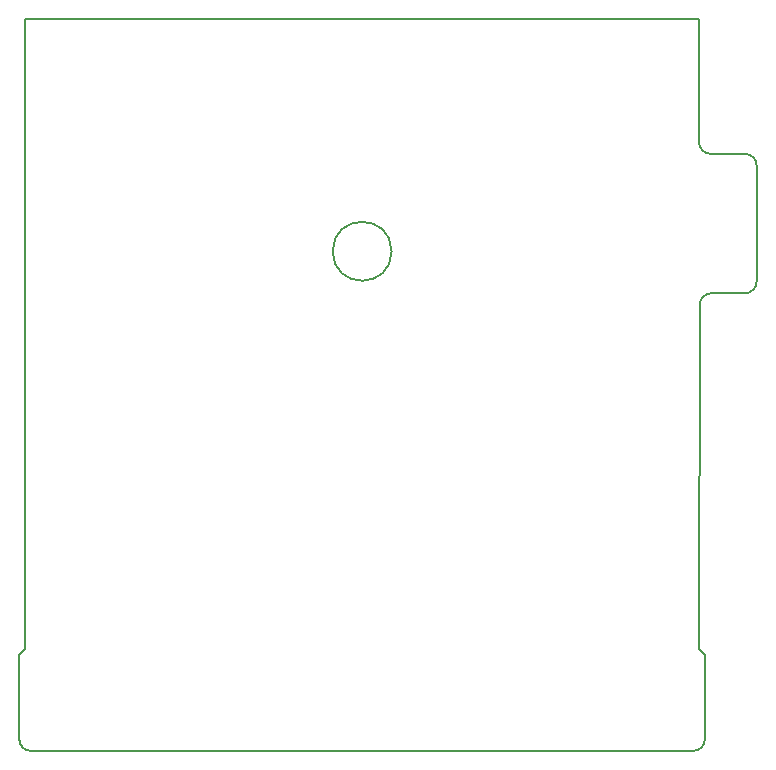
<source format=gm1>
G04 #@! TF.GenerationSoftware,KiCad,Pcbnew,8.0.2*
G04 #@! TF.CreationDate,2025-03-01T20:33:07+01:00*
G04 #@! TF.ProjectId,KungFuFlash2,4b756e67-4675-4466-9c61-7368322e6b69,1*
G04 #@! TF.SameCoordinates,Original*
G04 #@! TF.FileFunction,Profile,NP*
%FSLAX46Y46*%
G04 Gerber Fmt 4.6, Leading zero omitted, Abs format (unit mm)*
G04 Created by KiCad (PCBNEW 8.0.2) date 2025-03-01 20:33:07*
%MOMM*%
%LPD*%
G01*
G04 APERTURE LIST*
G04 #@! TA.AperFunction,Profile*
%ADD10C,0.150000*%
G04 #@! TD*
G04 APERTURE END LIST*
D10*
X133921500Y-122047000D02*
X133921500Y-129222500D01*
X133413500Y-68199000D02*
X133413500Y-78629000D01*
X133474895Y-92437890D02*
X133413500Y-121539000D01*
X107398770Y-87884000D02*
G75*
G02*
X102405230Y-87884000I-2496770J0D01*
G01*
X102405230Y-87884000D02*
G75*
G02*
X107398770Y-87884000I2496770J0D01*
G01*
X133921500Y-129222500D02*
G75*
G02*
X132969000Y-130175000I-952500J0D01*
G01*
X75882500Y-129222500D02*
X75882500Y-122047000D01*
X134413500Y-79629000D02*
G75*
G02*
X133413500Y-78629000I0J1000000D01*
G01*
X134413500Y-79629000D02*
X137303000Y-79629000D01*
X138303000Y-90440000D02*
G75*
G02*
X137303000Y-91440000I-1000000J0D01*
G01*
X137303000Y-79629000D02*
G75*
G02*
X138303000Y-80629000I0J-1000000D01*
G01*
X133474895Y-92437890D02*
G75*
G02*
X134474893Y-91439993I1000005J-2110D01*
G01*
X76390500Y-121539000D02*
X76390500Y-68199000D01*
X76835000Y-130175000D02*
G75*
G02*
X75882500Y-129222500I0J952500D01*
G01*
X138303000Y-80629000D02*
X138303000Y-90440000D01*
X75882500Y-122047000D02*
X76390500Y-121539000D01*
X137303000Y-91440000D02*
X134474893Y-91440000D01*
X132969000Y-130175000D02*
X76835000Y-130175000D01*
X76390500Y-68199000D02*
X133413500Y-68199000D01*
X133921500Y-122047000D02*
X133413500Y-121539000D01*
M02*

</source>
